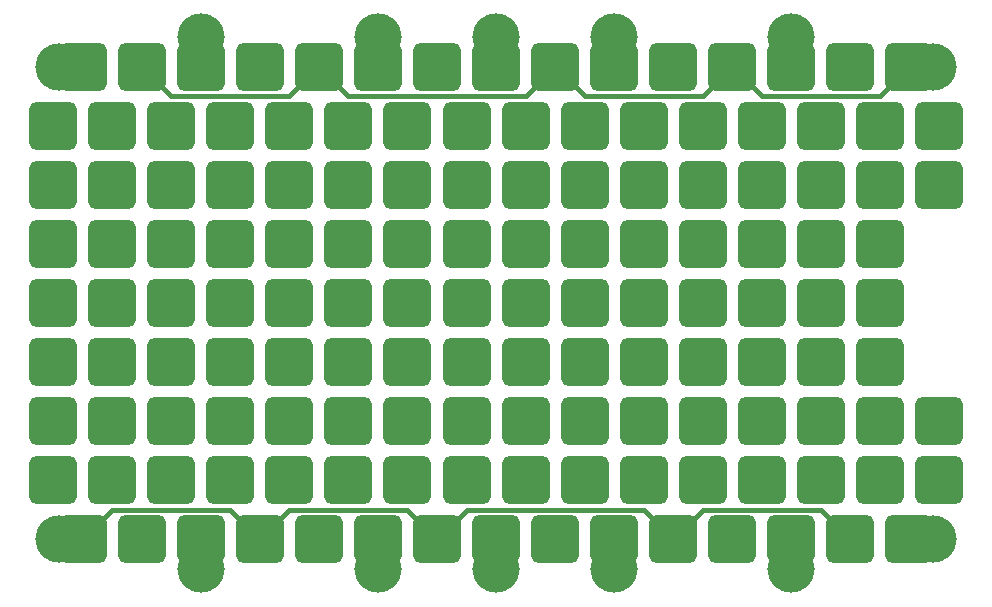
<source format=gbl>
G04*
G04 #@! TF.GenerationSoftware,Altium Limited,Altium Designer,24.6.1 (21)*
G04*
G04 Layer_Physical_Order=2*
G04 Layer_Color=16711680*
%FSLAX44Y44*%
%MOMM*%
G71*
G04*
G04 #@! TF.SameCoordinates,D3BBE74D-FBB0-432F-9B48-3D12EA20F86B*
G04*
G04*
G04 #@! TF.FilePolarity,Positive*
G04*
G01*
G75*
%ADD16C,0.4500*%
%ADD17C,4.0000*%
G04:AMPARAMS|DCode=18|XSize=4mm|YSize=4mm|CornerRadius=0.5mm|HoleSize=0mm|Usage=FLASHONLY|Rotation=180.000|XOffset=0mm|YOffset=0mm|HoleType=Round|Shape=RoundedRectangle|*
%AMROUNDEDRECTD18*
21,1,4.0000,3.0000,0,0,180.0*
21,1,3.0000,4.0000,0,0,180.0*
1,1,1.0000,-1.5000,1.5000*
1,1,1.0000,1.5000,1.5000*
1,1,1.0000,1.5000,-1.5000*
1,1,1.0000,-1.5000,-1.5000*
%
%ADD18ROUNDEDRECTD18*%
D16*
X575000Y-425000D02*
X675000D01*
X550000Y-450000D02*
X575000Y-425000D01*
X525000D02*
X550000Y-450000D01*
X200000Y-450000D02*
X225000Y-425000D01*
X175000D02*
X200000Y-450000D01*
X75000Y-425000D02*
X175000D01*
X50000Y-450000D02*
X75000Y-425000D01*
X30000Y-450000D02*
X50000D01*
X225000Y-425000D02*
X325000D01*
X350000Y-450000D01*
X375000Y-425000D01*
X525000D01*
X675000D02*
X700000Y-450000D01*
X100000Y-50000D02*
X125000Y-75000D01*
X275000D02*
X425000D01*
X450000Y-50000D01*
X475000Y-75000D01*
X575000D01*
X750000Y-50000D02*
X770000D01*
X725000Y-75000D02*
X750000Y-50000D01*
X625000Y-75000D02*
X725000D01*
X600000Y-50000D02*
X625000Y-75000D01*
X575000D02*
X600000Y-50000D01*
X250000Y-50000D02*
X275000Y-75000D01*
X225000D02*
X250000Y-50000D01*
X125000Y-75000D02*
X225000D01*
D17*
X30000Y-450000D02*
D03*
X650000Y-475000D02*
D03*
X150000D02*
D03*
X300000D02*
D03*
X500000D02*
D03*
X400000D02*
D03*
X770000Y-450000D02*
D03*
X30000Y-50000D02*
D03*
X400000Y-25000D02*
D03*
X300000D02*
D03*
X500000D02*
D03*
X650000D02*
D03*
X150000D02*
D03*
X770000Y-50000D02*
D03*
D18*
X50000Y-450000D02*
D03*
X100000D02*
D03*
X150000D02*
D03*
X200000D02*
D03*
X250000D02*
D03*
X300000D02*
D03*
X400000D02*
D03*
X500000D02*
D03*
X550000D02*
D03*
X600000D02*
D03*
X650000D02*
D03*
X700000D02*
D03*
X750000D02*
D03*
X450000D02*
D03*
X350000D02*
D03*
X450000Y-50000D02*
D03*
X350000D02*
D03*
X775000Y-400000D02*
D03*
X725000D02*
D03*
X525000D02*
D03*
X675000D02*
D03*
X475000D02*
D03*
X425000D02*
D03*
X375000D02*
D03*
X325000D02*
D03*
X275000D02*
D03*
X225000D02*
D03*
X175000D02*
D03*
X125000D02*
D03*
X75000D02*
D03*
X25000D02*
D03*
X625000D02*
D03*
X575000D02*
D03*
X775000Y-350000D02*
D03*
X725000D02*
D03*
X525000D02*
D03*
X675000D02*
D03*
X475000D02*
D03*
X425000D02*
D03*
X375000D02*
D03*
X325000D02*
D03*
X275000D02*
D03*
X225000D02*
D03*
X175000D02*
D03*
X125000D02*
D03*
X75000D02*
D03*
X25000D02*
D03*
X625000D02*
D03*
X575000D02*
D03*
X50000Y-50000D02*
D03*
X625000Y-150000D02*
D03*
X575000D02*
D03*
X625000Y-200000D02*
D03*
X575000D02*
D03*
X625000Y-250000D02*
D03*
X575000D02*
D03*
X225000Y-150000D02*
D03*
X175000D02*
D03*
X225000Y-200000D02*
D03*
X175000D02*
D03*
X225000Y-250000D02*
D03*
X175000D02*
D03*
X575000Y-300000D02*
D03*
X625000D02*
D03*
X25000D02*
D03*
X75000D02*
D03*
X125000D02*
D03*
X25000Y-250000D02*
D03*
X75000D02*
D03*
X125000D02*
D03*
X25000Y-200000D02*
D03*
X75000D02*
D03*
X125000D02*
D03*
X25000Y-150000D02*
D03*
X75000D02*
D03*
X125000D02*
D03*
X100000Y-50000D02*
D03*
X150000D02*
D03*
X200000D02*
D03*
X250000D02*
D03*
X300000D02*
D03*
X400000D02*
D03*
X500000D02*
D03*
X550000D02*
D03*
X600000D02*
D03*
X650000D02*
D03*
X700000D02*
D03*
X750000D02*
D03*
X475000Y-100000D02*
D03*
X425000D02*
D03*
X375000D02*
D03*
X325000D02*
D03*
X275000D02*
D03*
X225000D02*
D03*
X175000D02*
D03*
X125000D02*
D03*
X75000D02*
D03*
X25000D02*
D03*
X275000Y-250000D02*
D03*
X325000D02*
D03*
X375000D02*
D03*
X425000D02*
D03*
X475000D02*
D03*
X275000Y-200000D02*
D03*
X325000D02*
D03*
X375000D02*
D03*
X425000D02*
D03*
X475000D02*
D03*
X275000Y-150000D02*
D03*
X325000D02*
D03*
X375000D02*
D03*
X425000D02*
D03*
X475000D02*
D03*
X175000Y-300000D02*
D03*
X225000D02*
D03*
X275000D02*
D03*
X325000D02*
D03*
X375000D02*
D03*
X425000D02*
D03*
X475000D02*
D03*
X675000D02*
D03*
X525000D02*
D03*
Y-250000D02*
D03*
Y-200000D02*
D03*
Y-150000D02*
D03*
X675000Y-100000D02*
D03*
X625000D02*
D03*
X575000D02*
D03*
X525000D02*
D03*
X675000Y-150000D02*
D03*
Y-200000D02*
D03*
Y-250000D02*
D03*
X725000Y-200000D02*
D03*
Y-150000D02*
D03*
X775000D02*
D03*
X725000Y-100000D02*
D03*
X775000D02*
D03*
X725000Y-250000D02*
D03*
Y-300000D02*
D03*
M02*

</source>
